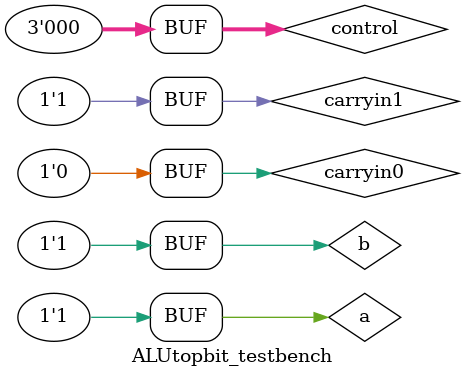
<source format=sv>
module ALUtopbit(result, carryout0, carryout1, overflow, negative, a, b, carryin0, carryin1, control);
	input a, b, carryin0, carryin1;
	input [2:0] control;
	output result, carryout0, carryout1, overflow, negative;
	
	wire anot, bnot, muxoutnot;
	wire andout, orout, xorout, addout, subout, muxout;
	wire and1out, and2out;
	
	and andGate (andout, a, b);
	or orGate (orout, a, b);
	xor xorGate(xorout, a, b);
	adder add (.carryout(carryout0), .sum(addout), .carryin(carryin0), .a, .b);
	// filp and plus 1
	not bNotGate (bnot, b);
	adder substract (.carryout(carryout1), .sum(subout), .carryin(carryin1), .a, .b(bnot));
	
	logic [7:0] w;
	mux8_1 mux0 (.out(muxout), .w({1'bz, xorout, orout, andout,
		subout, addout, 1'bz, b}), .sel(control));
	
	// overflow detection
	wire adderout;
	mux2_1 mux1 (.out(adderout), .w0(addout), .w1(subout), .sel(control[0]));
	overflow_detection dectect (.overflow, .a, .b, .c(adderout), .cntrl(control[0]));
	
	assign result = muxout;
	assign negative = muxout;
endmodule 
	
module ALUtopbit_testbench;
	logic a, b, carryin0, carryin1;
	logic [2:0] control;
	logic result, carryout0, carryout1, negative, overflow;
	
	ALUtopbit dut (result, carryout0, carryout1, overflow, negative, a, b, carryin0, carryin1, control);
	
	
	initial begin
		integer i, j;
		{carryin0, carryin1} = 1; #50;
		for (i = 0; i < 4; i++) begin
			{a, b} = i; 
			for (j = 0; j < 8; j++) begin
				control = j; #10;
			end
			control = 3'b0;
		end
	end 
endmodule 
	

</source>
